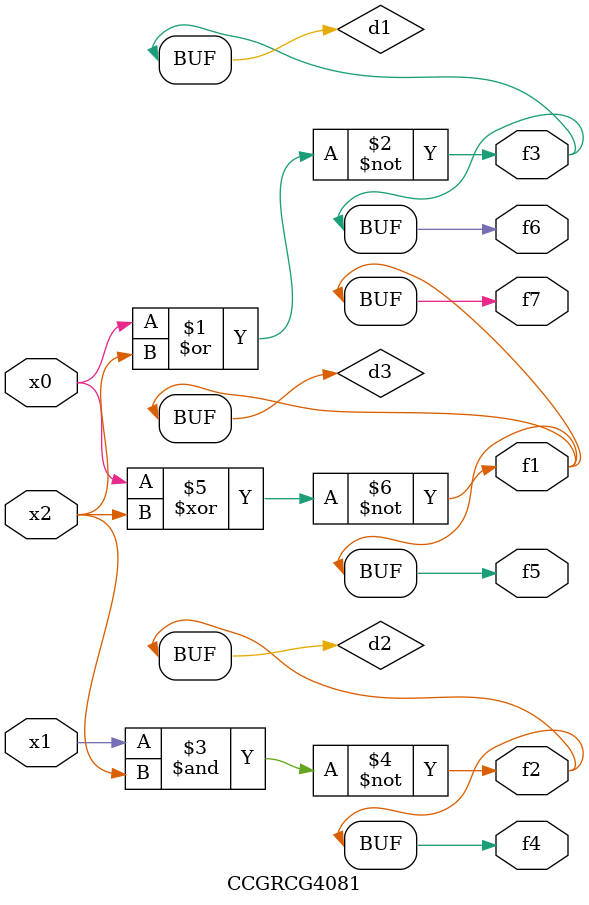
<source format=v>
module CCGRCG4081(
	input x0, x1, x2,
	output f1, f2, f3, f4, f5, f6, f7
);

	wire d1, d2, d3;

	nor (d1, x0, x2);
	nand (d2, x1, x2);
	xnor (d3, x0, x2);
	assign f1 = d3;
	assign f2 = d2;
	assign f3 = d1;
	assign f4 = d2;
	assign f5 = d3;
	assign f6 = d1;
	assign f7 = d3;
endmodule

</source>
